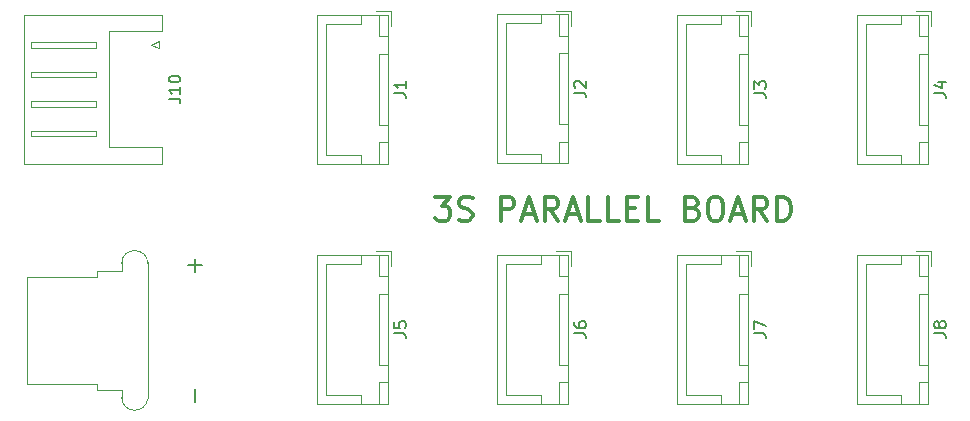
<source format=gbr>
%TF.GenerationSoftware,KiCad,Pcbnew,(5.1.9)-1*%
%TF.CreationDate,2021-07-19T11:43:35+01:00*%
%TF.ProjectId,3S-parallel-board,33532d70-6172-4616-9c6c-656c2d626f61,rev?*%
%TF.SameCoordinates,Original*%
%TF.FileFunction,Legend,Top*%
%TF.FilePolarity,Positive*%
%FSLAX46Y46*%
G04 Gerber Fmt 4.6, Leading zero omitted, Abs format (unit mm)*
G04 Created by KiCad (PCBNEW (5.1.9)-1) date 2021-07-19 11:43:35*
%MOMM*%
%LPD*%
G01*
G04 APERTURE LIST*
%ADD10C,0.300000*%
%ADD11C,0.120000*%
%ADD12C,0.150000*%
G04 APERTURE END LIST*
D10*
X111904761Y-111934761D02*
X113142857Y-111934761D01*
X112476190Y-112696666D01*
X112761904Y-112696666D01*
X112952380Y-112791904D01*
X113047619Y-112887142D01*
X113142857Y-113077619D01*
X113142857Y-113553809D01*
X113047619Y-113744285D01*
X112952380Y-113839523D01*
X112761904Y-113934761D01*
X112190476Y-113934761D01*
X112000000Y-113839523D01*
X111904761Y-113744285D01*
X113904761Y-113839523D02*
X114190476Y-113934761D01*
X114666666Y-113934761D01*
X114857142Y-113839523D01*
X114952380Y-113744285D01*
X115047619Y-113553809D01*
X115047619Y-113363333D01*
X114952380Y-113172857D01*
X114857142Y-113077619D01*
X114666666Y-112982380D01*
X114285714Y-112887142D01*
X114095238Y-112791904D01*
X114000000Y-112696666D01*
X113904761Y-112506190D01*
X113904761Y-112315714D01*
X114000000Y-112125238D01*
X114095238Y-112030000D01*
X114285714Y-111934761D01*
X114761904Y-111934761D01*
X115047619Y-112030000D01*
X117428571Y-113934761D02*
X117428571Y-111934761D01*
X118190476Y-111934761D01*
X118380952Y-112030000D01*
X118476190Y-112125238D01*
X118571428Y-112315714D01*
X118571428Y-112601428D01*
X118476190Y-112791904D01*
X118380952Y-112887142D01*
X118190476Y-112982380D01*
X117428571Y-112982380D01*
X119333333Y-113363333D02*
X120285714Y-113363333D01*
X119142857Y-113934761D02*
X119809523Y-111934761D01*
X120476190Y-113934761D01*
X122285714Y-113934761D02*
X121619047Y-112982380D01*
X121142857Y-113934761D02*
X121142857Y-111934761D01*
X121904761Y-111934761D01*
X122095238Y-112030000D01*
X122190476Y-112125238D01*
X122285714Y-112315714D01*
X122285714Y-112601428D01*
X122190476Y-112791904D01*
X122095238Y-112887142D01*
X121904761Y-112982380D01*
X121142857Y-112982380D01*
X123047619Y-113363333D02*
X124000000Y-113363333D01*
X122857142Y-113934761D02*
X123523809Y-111934761D01*
X124190476Y-113934761D01*
X125809523Y-113934761D02*
X124857142Y-113934761D01*
X124857142Y-111934761D01*
X127428571Y-113934761D02*
X126476190Y-113934761D01*
X126476190Y-111934761D01*
X128095238Y-112887142D02*
X128761904Y-112887142D01*
X129047619Y-113934761D02*
X128095238Y-113934761D01*
X128095238Y-111934761D01*
X129047619Y-111934761D01*
X130857142Y-113934761D02*
X129904761Y-113934761D01*
X129904761Y-111934761D01*
X133714285Y-112887142D02*
X134000000Y-112982380D01*
X134095238Y-113077619D01*
X134190476Y-113268095D01*
X134190476Y-113553809D01*
X134095238Y-113744285D01*
X134000000Y-113839523D01*
X133809523Y-113934761D01*
X133047619Y-113934761D01*
X133047619Y-111934761D01*
X133714285Y-111934761D01*
X133904761Y-112030000D01*
X134000000Y-112125238D01*
X134095238Y-112315714D01*
X134095238Y-112506190D01*
X134000000Y-112696666D01*
X133904761Y-112791904D01*
X133714285Y-112887142D01*
X133047619Y-112887142D01*
X135428571Y-111934761D02*
X135809523Y-111934761D01*
X136000000Y-112030000D01*
X136190476Y-112220476D01*
X136285714Y-112601428D01*
X136285714Y-113268095D01*
X136190476Y-113649047D01*
X136000000Y-113839523D01*
X135809523Y-113934761D01*
X135428571Y-113934761D01*
X135238095Y-113839523D01*
X135047619Y-113649047D01*
X134952380Y-113268095D01*
X134952380Y-112601428D01*
X135047619Y-112220476D01*
X135238095Y-112030000D01*
X135428571Y-111934761D01*
X137047619Y-113363333D02*
X138000000Y-113363333D01*
X136857142Y-113934761D02*
X137523809Y-111934761D01*
X138190476Y-113934761D01*
X140000000Y-113934761D02*
X139333333Y-112982380D01*
X138857142Y-113934761D02*
X138857142Y-111934761D01*
X139619047Y-111934761D01*
X139809523Y-112030000D01*
X139904761Y-112125238D01*
X140000000Y-112315714D01*
X140000000Y-112601428D01*
X139904761Y-112791904D01*
X139809523Y-112887142D01*
X139619047Y-112982380D01*
X138857142Y-112982380D01*
X140857142Y-113934761D02*
X140857142Y-111934761D01*
X141333333Y-111934761D01*
X141619047Y-112030000D01*
X141809523Y-112220476D01*
X141904761Y-112410952D01*
X142000000Y-112791904D01*
X142000000Y-113077619D01*
X141904761Y-113458571D01*
X141809523Y-113649047D01*
X141619047Y-113839523D01*
X141333333Y-113934761D01*
X140857142Y-113934761D01*
D11*
%TO.C,J9*%
X85330000Y-117580000D02*
G75*
G02*
X87550000Y-117580000I1110000J0D01*
G01*
X87536635Y-129051729D02*
G75*
G02*
X85330000Y-128880000I-1096635J171729D01*
G01*
X83280000Y-128290000D02*
X83280000Y-127760000D01*
X87550000Y-128990000D02*
X87550000Y-117470000D01*
X83280000Y-128290000D02*
X85330000Y-128290000D01*
X85330000Y-128990000D02*
X85330000Y-128290000D01*
X85330000Y-118170000D02*
X85330000Y-117470000D01*
X83280000Y-118170000D02*
X85330000Y-118170000D01*
X83280000Y-118700000D02*
X83280000Y-118170000D01*
X77280000Y-118700000D02*
X83280000Y-118700000D01*
X77280000Y-127760000D02*
X77280000Y-118730000D01*
X77280000Y-127760000D02*
X83280000Y-127760000D01*
%TO.C,J10*%
X77050000Y-102810000D02*
X77050000Y-96500000D01*
X77050000Y-96500000D02*
X88770000Y-96500000D01*
X88770000Y-96500000D02*
X88770000Y-97920000D01*
X88770000Y-97920000D02*
X84270000Y-97920000D01*
X84270000Y-97920000D02*
X84270000Y-102810000D01*
X77050000Y-102810000D02*
X77050000Y-109120000D01*
X77050000Y-109120000D02*
X88770000Y-109120000D01*
X88770000Y-109120000D02*
X88770000Y-107700000D01*
X88770000Y-107700000D02*
X84270000Y-107700000D01*
X84270000Y-107700000D02*
X84270000Y-102810000D01*
X83160000Y-98810000D02*
X77660000Y-98810000D01*
X77660000Y-98810000D02*
X77660000Y-99310000D01*
X77660000Y-99310000D02*
X83160000Y-99310000D01*
X83160000Y-99310000D02*
X83160000Y-98810000D01*
X83160000Y-101310000D02*
X77660000Y-101310000D01*
X77660000Y-101310000D02*
X77660000Y-101810000D01*
X77660000Y-101810000D02*
X83160000Y-101810000D01*
X83160000Y-101810000D02*
X83160000Y-101310000D01*
X83160000Y-103810000D02*
X77660000Y-103810000D01*
X77660000Y-103810000D02*
X77660000Y-104310000D01*
X77660000Y-104310000D02*
X83160000Y-104310000D01*
X83160000Y-104310000D02*
X83160000Y-103810000D01*
X83160000Y-106310000D02*
X77660000Y-106310000D01*
X77660000Y-106310000D02*
X77660000Y-106810000D01*
X77660000Y-106810000D02*
X83160000Y-106810000D01*
X83160000Y-106810000D02*
X83160000Y-106310000D01*
X87860000Y-99060000D02*
X88460000Y-98760000D01*
X88460000Y-98760000D02*
X88460000Y-99360000D01*
X88460000Y-99360000D02*
X87860000Y-99060000D01*
%TO.C,J8*%
X153590000Y-116820000D02*
X147620000Y-116820000D01*
X147620000Y-116820000D02*
X147620000Y-129440000D01*
X147620000Y-129440000D02*
X153590000Y-129440000D01*
X153590000Y-129440000D02*
X153590000Y-116820000D01*
X153580000Y-120130000D02*
X152830000Y-120130000D01*
X152830000Y-120130000D02*
X152830000Y-126130000D01*
X152830000Y-126130000D02*
X153580000Y-126130000D01*
X153580000Y-126130000D02*
X153580000Y-120130000D01*
X153580000Y-116830000D02*
X152830000Y-116830000D01*
X152830000Y-116830000D02*
X152830000Y-118630000D01*
X152830000Y-118630000D02*
X153580000Y-118630000D01*
X153580000Y-118630000D02*
X153580000Y-116830000D01*
X153580000Y-127630000D02*
X152830000Y-127630000D01*
X152830000Y-127630000D02*
X152830000Y-129430000D01*
X152830000Y-129430000D02*
X153580000Y-129430000D01*
X153580000Y-129430000D02*
X153580000Y-127630000D01*
X151330000Y-116830000D02*
X151330000Y-117580000D01*
X151330000Y-117580000D02*
X148380000Y-117580000D01*
X148380000Y-117580000D02*
X148380000Y-123130000D01*
X151330000Y-129430000D02*
X151330000Y-128680000D01*
X151330000Y-128680000D02*
X148380000Y-128680000D01*
X148380000Y-128680000D02*
X148380000Y-123130000D01*
X153880000Y-117780000D02*
X153880000Y-116530000D01*
X153880000Y-116530000D02*
X152630000Y-116530000D01*
%TO.C,J7*%
X138350000Y-116820000D02*
X132380000Y-116820000D01*
X132380000Y-116820000D02*
X132380000Y-129440000D01*
X132380000Y-129440000D02*
X138350000Y-129440000D01*
X138350000Y-129440000D02*
X138350000Y-116820000D01*
X138340000Y-120130000D02*
X137590000Y-120130000D01*
X137590000Y-120130000D02*
X137590000Y-126130000D01*
X137590000Y-126130000D02*
X138340000Y-126130000D01*
X138340000Y-126130000D02*
X138340000Y-120130000D01*
X138340000Y-116830000D02*
X137590000Y-116830000D01*
X137590000Y-116830000D02*
X137590000Y-118630000D01*
X137590000Y-118630000D02*
X138340000Y-118630000D01*
X138340000Y-118630000D02*
X138340000Y-116830000D01*
X138340000Y-127630000D02*
X137590000Y-127630000D01*
X137590000Y-127630000D02*
X137590000Y-129430000D01*
X137590000Y-129430000D02*
X138340000Y-129430000D01*
X138340000Y-129430000D02*
X138340000Y-127630000D01*
X136090000Y-116830000D02*
X136090000Y-117580000D01*
X136090000Y-117580000D02*
X133140000Y-117580000D01*
X133140000Y-117580000D02*
X133140000Y-123130000D01*
X136090000Y-129430000D02*
X136090000Y-128680000D01*
X136090000Y-128680000D02*
X133140000Y-128680000D01*
X133140000Y-128680000D02*
X133140000Y-123130000D01*
X138640000Y-117780000D02*
X138640000Y-116530000D01*
X138640000Y-116530000D02*
X137390000Y-116530000D01*
%TO.C,J6*%
X123110000Y-116820000D02*
X117140000Y-116820000D01*
X117140000Y-116820000D02*
X117140000Y-129440000D01*
X117140000Y-129440000D02*
X123110000Y-129440000D01*
X123110000Y-129440000D02*
X123110000Y-116820000D01*
X123100000Y-120130000D02*
X122350000Y-120130000D01*
X122350000Y-120130000D02*
X122350000Y-126130000D01*
X122350000Y-126130000D02*
X123100000Y-126130000D01*
X123100000Y-126130000D02*
X123100000Y-120130000D01*
X123100000Y-116830000D02*
X122350000Y-116830000D01*
X122350000Y-116830000D02*
X122350000Y-118630000D01*
X122350000Y-118630000D02*
X123100000Y-118630000D01*
X123100000Y-118630000D02*
X123100000Y-116830000D01*
X123100000Y-127630000D02*
X122350000Y-127630000D01*
X122350000Y-127630000D02*
X122350000Y-129430000D01*
X122350000Y-129430000D02*
X123100000Y-129430000D01*
X123100000Y-129430000D02*
X123100000Y-127630000D01*
X120850000Y-116830000D02*
X120850000Y-117580000D01*
X120850000Y-117580000D02*
X117900000Y-117580000D01*
X117900000Y-117580000D02*
X117900000Y-123130000D01*
X120850000Y-129430000D02*
X120850000Y-128680000D01*
X120850000Y-128680000D02*
X117900000Y-128680000D01*
X117900000Y-128680000D02*
X117900000Y-123130000D01*
X123400000Y-117780000D02*
X123400000Y-116530000D01*
X123400000Y-116530000D02*
X122150000Y-116530000D01*
%TO.C,J5*%
X107870000Y-116820000D02*
X101900000Y-116820000D01*
X101900000Y-116820000D02*
X101900000Y-129440000D01*
X101900000Y-129440000D02*
X107870000Y-129440000D01*
X107870000Y-129440000D02*
X107870000Y-116820000D01*
X107860000Y-120130000D02*
X107110000Y-120130000D01*
X107110000Y-120130000D02*
X107110000Y-126130000D01*
X107110000Y-126130000D02*
X107860000Y-126130000D01*
X107860000Y-126130000D02*
X107860000Y-120130000D01*
X107860000Y-116830000D02*
X107110000Y-116830000D01*
X107110000Y-116830000D02*
X107110000Y-118630000D01*
X107110000Y-118630000D02*
X107860000Y-118630000D01*
X107860000Y-118630000D02*
X107860000Y-116830000D01*
X107860000Y-127630000D02*
X107110000Y-127630000D01*
X107110000Y-127630000D02*
X107110000Y-129430000D01*
X107110000Y-129430000D02*
X107860000Y-129430000D01*
X107860000Y-129430000D02*
X107860000Y-127630000D01*
X105610000Y-116830000D02*
X105610000Y-117580000D01*
X105610000Y-117580000D02*
X102660000Y-117580000D01*
X102660000Y-117580000D02*
X102660000Y-123130000D01*
X105610000Y-129430000D02*
X105610000Y-128680000D01*
X105610000Y-128680000D02*
X102660000Y-128680000D01*
X102660000Y-128680000D02*
X102660000Y-123130000D01*
X108160000Y-117780000D02*
X108160000Y-116530000D01*
X108160000Y-116530000D02*
X106910000Y-116530000D01*
%TO.C,J4*%
X153590000Y-96500000D02*
X147620000Y-96500000D01*
X147620000Y-96500000D02*
X147620000Y-109120000D01*
X147620000Y-109120000D02*
X153590000Y-109120000D01*
X153590000Y-109120000D02*
X153590000Y-96500000D01*
X153580000Y-99810000D02*
X152830000Y-99810000D01*
X152830000Y-99810000D02*
X152830000Y-105810000D01*
X152830000Y-105810000D02*
X153580000Y-105810000D01*
X153580000Y-105810000D02*
X153580000Y-99810000D01*
X153580000Y-96510000D02*
X152830000Y-96510000D01*
X152830000Y-96510000D02*
X152830000Y-98310000D01*
X152830000Y-98310000D02*
X153580000Y-98310000D01*
X153580000Y-98310000D02*
X153580000Y-96510000D01*
X153580000Y-107310000D02*
X152830000Y-107310000D01*
X152830000Y-107310000D02*
X152830000Y-109110000D01*
X152830000Y-109110000D02*
X153580000Y-109110000D01*
X153580000Y-109110000D02*
X153580000Y-107310000D01*
X151330000Y-96510000D02*
X151330000Y-97260000D01*
X151330000Y-97260000D02*
X148380000Y-97260000D01*
X148380000Y-97260000D02*
X148380000Y-102810000D01*
X151330000Y-109110000D02*
X151330000Y-108360000D01*
X151330000Y-108360000D02*
X148380000Y-108360000D01*
X148380000Y-108360000D02*
X148380000Y-102810000D01*
X153880000Y-97460000D02*
X153880000Y-96210000D01*
X153880000Y-96210000D02*
X152630000Y-96210000D01*
%TO.C,J3*%
X138350000Y-96500000D02*
X132380000Y-96500000D01*
X132380000Y-96500000D02*
X132380000Y-109120000D01*
X132380000Y-109120000D02*
X138350000Y-109120000D01*
X138350000Y-109120000D02*
X138350000Y-96500000D01*
X138340000Y-99810000D02*
X137590000Y-99810000D01*
X137590000Y-99810000D02*
X137590000Y-105810000D01*
X137590000Y-105810000D02*
X138340000Y-105810000D01*
X138340000Y-105810000D02*
X138340000Y-99810000D01*
X138340000Y-96510000D02*
X137590000Y-96510000D01*
X137590000Y-96510000D02*
X137590000Y-98310000D01*
X137590000Y-98310000D02*
X138340000Y-98310000D01*
X138340000Y-98310000D02*
X138340000Y-96510000D01*
X138340000Y-107310000D02*
X137590000Y-107310000D01*
X137590000Y-107310000D02*
X137590000Y-109110000D01*
X137590000Y-109110000D02*
X138340000Y-109110000D01*
X138340000Y-109110000D02*
X138340000Y-107310000D01*
X136090000Y-96510000D02*
X136090000Y-97260000D01*
X136090000Y-97260000D02*
X133140000Y-97260000D01*
X133140000Y-97260000D02*
X133140000Y-102810000D01*
X136090000Y-109110000D02*
X136090000Y-108360000D01*
X136090000Y-108360000D02*
X133140000Y-108360000D01*
X133140000Y-108360000D02*
X133140000Y-102810000D01*
X138640000Y-97460000D02*
X138640000Y-96210000D01*
X138640000Y-96210000D02*
X137390000Y-96210000D01*
%TO.C,J2*%
X123110000Y-96460000D02*
X117140000Y-96460000D01*
X117140000Y-96460000D02*
X117140000Y-109080000D01*
X117140000Y-109080000D02*
X123110000Y-109080000D01*
X123110000Y-109080000D02*
X123110000Y-96460000D01*
X123100000Y-99770000D02*
X122350000Y-99770000D01*
X122350000Y-99770000D02*
X122350000Y-105770000D01*
X122350000Y-105770000D02*
X123100000Y-105770000D01*
X123100000Y-105770000D02*
X123100000Y-99770000D01*
X123100000Y-96470000D02*
X122350000Y-96470000D01*
X122350000Y-96470000D02*
X122350000Y-98270000D01*
X122350000Y-98270000D02*
X123100000Y-98270000D01*
X123100000Y-98270000D02*
X123100000Y-96470000D01*
X123100000Y-107270000D02*
X122350000Y-107270000D01*
X122350000Y-107270000D02*
X122350000Y-109070000D01*
X122350000Y-109070000D02*
X123100000Y-109070000D01*
X123100000Y-109070000D02*
X123100000Y-107270000D01*
X120850000Y-96470000D02*
X120850000Y-97220000D01*
X120850000Y-97220000D02*
X117900000Y-97220000D01*
X117900000Y-97220000D02*
X117900000Y-102770000D01*
X120850000Y-109070000D02*
X120850000Y-108320000D01*
X120850000Y-108320000D02*
X117900000Y-108320000D01*
X117900000Y-108320000D02*
X117900000Y-102770000D01*
X123400000Y-97420000D02*
X123400000Y-96170000D01*
X123400000Y-96170000D02*
X122150000Y-96170000D01*
%TO.C,J1*%
X107870000Y-96500000D02*
X101900000Y-96500000D01*
X101900000Y-96500000D02*
X101900000Y-109120000D01*
X101900000Y-109120000D02*
X107870000Y-109120000D01*
X107870000Y-109120000D02*
X107870000Y-96500000D01*
X107860000Y-99810000D02*
X107110000Y-99810000D01*
X107110000Y-99810000D02*
X107110000Y-105810000D01*
X107110000Y-105810000D02*
X107860000Y-105810000D01*
X107860000Y-105810000D02*
X107860000Y-99810000D01*
X107860000Y-96510000D02*
X107110000Y-96510000D01*
X107110000Y-96510000D02*
X107110000Y-98310000D01*
X107110000Y-98310000D02*
X107860000Y-98310000D01*
X107860000Y-98310000D02*
X107860000Y-96510000D01*
X107860000Y-107310000D02*
X107110000Y-107310000D01*
X107110000Y-107310000D02*
X107110000Y-109110000D01*
X107110000Y-109110000D02*
X107860000Y-109110000D01*
X107860000Y-109110000D02*
X107860000Y-107310000D01*
X105610000Y-96510000D02*
X105610000Y-97260000D01*
X105610000Y-97260000D02*
X102660000Y-97260000D01*
X102660000Y-97260000D02*
X102660000Y-102810000D01*
X105610000Y-109110000D02*
X105610000Y-108360000D01*
X105610000Y-108360000D02*
X102660000Y-108360000D01*
X102660000Y-108360000D02*
X102660000Y-102810000D01*
X108160000Y-97460000D02*
X108160000Y-96210000D01*
X108160000Y-96210000D02*
X106910000Y-96210000D01*
%TO.C,J9*%
D12*
X91547142Y-129301428D02*
X91547142Y-128158571D01*
X91547142Y-118301428D02*
X91547142Y-117158571D01*
X92118571Y-117730000D02*
X90975714Y-117730000D01*
%TO.C,J10*%
X89312380Y-103619523D02*
X90026666Y-103619523D01*
X90169523Y-103667142D01*
X90264761Y-103762380D01*
X90312380Y-103905238D01*
X90312380Y-104000476D01*
X90312380Y-102619523D02*
X90312380Y-103190952D01*
X90312380Y-102905238D02*
X89312380Y-102905238D01*
X89455238Y-103000476D01*
X89550476Y-103095714D01*
X89598095Y-103190952D01*
X89312380Y-102000476D02*
X89312380Y-101905238D01*
X89360000Y-101810000D01*
X89407619Y-101762380D01*
X89502857Y-101714761D01*
X89693333Y-101667142D01*
X89931428Y-101667142D01*
X90121904Y-101714761D01*
X90217142Y-101762380D01*
X90264761Y-101810000D01*
X90312380Y-101905238D01*
X90312380Y-102000476D01*
X90264761Y-102095714D01*
X90217142Y-102143333D01*
X90121904Y-102190952D01*
X89931428Y-102238571D01*
X89693333Y-102238571D01*
X89502857Y-102190952D01*
X89407619Y-102143333D01*
X89360000Y-102095714D01*
X89312380Y-102000476D01*
%TO.C,J8*%
X154132380Y-123463333D02*
X154846666Y-123463333D01*
X154989523Y-123510952D01*
X155084761Y-123606190D01*
X155132380Y-123749047D01*
X155132380Y-123844285D01*
X154560952Y-122844285D02*
X154513333Y-122939523D01*
X154465714Y-122987142D01*
X154370476Y-123034761D01*
X154322857Y-123034761D01*
X154227619Y-122987142D01*
X154180000Y-122939523D01*
X154132380Y-122844285D01*
X154132380Y-122653809D01*
X154180000Y-122558571D01*
X154227619Y-122510952D01*
X154322857Y-122463333D01*
X154370476Y-122463333D01*
X154465714Y-122510952D01*
X154513333Y-122558571D01*
X154560952Y-122653809D01*
X154560952Y-122844285D01*
X154608571Y-122939523D01*
X154656190Y-122987142D01*
X154751428Y-123034761D01*
X154941904Y-123034761D01*
X155037142Y-122987142D01*
X155084761Y-122939523D01*
X155132380Y-122844285D01*
X155132380Y-122653809D01*
X155084761Y-122558571D01*
X155037142Y-122510952D01*
X154941904Y-122463333D01*
X154751428Y-122463333D01*
X154656190Y-122510952D01*
X154608571Y-122558571D01*
X154560952Y-122653809D01*
%TO.C,J7*%
X138892380Y-123463333D02*
X139606666Y-123463333D01*
X139749523Y-123510952D01*
X139844761Y-123606190D01*
X139892380Y-123749047D01*
X139892380Y-123844285D01*
X138892380Y-123082380D02*
X138892380Y-122415714D01*
X139892380Y-122844285D01*
%TO.C,J6*%
X123652380Y-123463333D02*
X124366666Y-123463333D01*
X124509523Y-123510952D01*
X124604761Y-123606190D01*
X124652380Y-123749047D01*
X124652380Y-123844285D01*
X123652380Y-122558571D02*
X123652380Y-122749047D01*
X123700000Y-122844285D01*
X123747619Y-122891904D01*
X123890476Y-122987142D01*
X124080952Y-123034761D01*
X124461904Y-123034761D01*
X124557142Y-122987142D01*
X124604761Y-122939523D01*
X124652380Y-122844285D01*
X124652380Y-122653809D01*
X124604761Y-122558571D01*
X124557142Y-122510952D01*
X124461904Y-122463333D01*
X124223809Y-122463333D01*
X124128571Y-122510952D01*
X124080952Y-122558571D01*
X124033333Y-122653809D01*
X124033333Y-122844285D01*
X124080952Y-122939523D01*
X124128571Y-122987142D01*
X124223809Y-123034761D01*
%TO.C,J5*%
X108412380Y-123463333D02*
X109126666Y-123463333D01*
X109269523Y-123510952D01*
X109364761Y-123606190D01*
X109412380Y-123749047D01*
X109412380Y-123844285D01*
X108412380Y-122510952D02*
X108412380Y-122987142D01*
X108888571Y-123034761D01*
X108840952Y-122987142D01*
X108793333Y-122891904D01*
X108793333Y-122653809D01*
X108840952Y-122558571D01*
X108888571Y-122510952D01*
X108983809Y-122463333D01*
X109221904Y-122463333D01*
X109317142Y-122510952D01*
X109364761Y-122558571D01*
X109412380Y-122653809D01*
X109412380Y-122891904D01*
X109364761Y-122987142D01*
X109317142Y-123034761D01*
%TO.C,J4*%
X154132380Y-103143333D02*
X154846666Y-103143333D01*
X154989523Y-103190952D01*
X155084761Y-103286190D01*
X155132380Y-103429047D01*
X155132380Y-103524285D01*
X154465714Y-102238571D02*
X155132380Y-102238571D01*
X154084761Y-102476666D02*
X154799047Y-102714761D01*
X154799047Y-102095714D01*
%TO.C,J3*%
X138892380Y-103143333D02*
X139606666Y-103143333D01*
X139749523Y-103190952D01*
X139844761Y-103286190D01*
X139892380Y-103429047D01*
X139892380Y-103524285D01*
X138892380Y-102762380D02*
X138892380Y-102143333D01*
X139273333Y-102476666D01*
X139273333Y-102333809D01*
X139320952Y-102238571D01*
X139368571Y-102190952D01*
X139463809Y-102143333D01*
X139701904Y-102143333D01*
X139797142Y-102190952D01*
X139844761Y-102238571D01*
X139892380Y-102333809D01*
X139892380Y-102619523D01*
X139844761Y-102714761D01*
X139797142Y-102762380D01*
%TO.C,J2*%
X123652380Y-103103333D02*
X124366666Y-103103333D01*
X124509523Y-103150952D01*
X124604761Y-103246190D01*
X124652380Y-103389047D01*
X124652380Y-103484285D01*
X123747619Y-102674761D02*
X123700000Y-102627142D01*
X123652380Y-102531904D01*
X123652380Y-102293809D01*
X123700000Y-102198571D01*
X123747619Y-102150952D01*
X123842857Y-102103333D01*
X123938095Y-102103333D01*
X124080952Y-102150952D01*
X124652380Y-102722380D01*
X124652380Y-102103333D01*
%TO.C,J1*%
X108412380Y-103143333D02*
X109126666Y-103143333D01*
X109269523Y-103190952D01*
X109364761Y-103286190D01*
X109412380Y-103429047D01*
X109412380Y-103524285D01*
X109412380Y-102143333D02*
X109412380Y-102714761D01*
X109412380Y-102429047D02*
X108412380Y-102429047D01*
X108555238Y-102524285D01*
X108650476Y-102619523D01*
X108698095Y-102714761D01*
%TD*%
M02*

</source>
